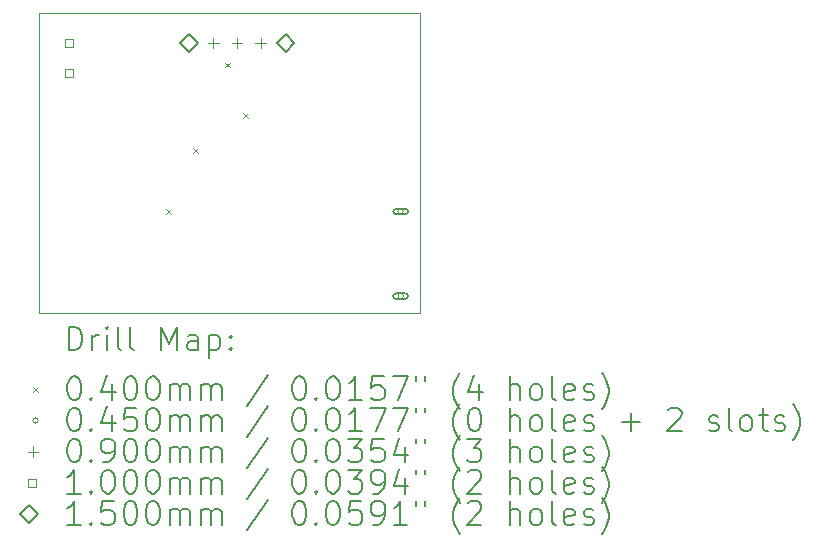
<source format=gbr>
%TF.GenerationSoftware,KiCad,Pcbnew,(6.0.10)*%
%TF.CreationDate,2023-02-14T21:16:01-05:00*%
%TF.ProjectId,lipo_charger,6c69706f-5f63-4686-9172-6765722e6b69,rev?*%
%TF.SameCoordinates,Original*%
%TF.FileFunction,Drillmap*%
%TF.FilePolarity,Positive*%
%FSLAX45Y45*%
G04 Gerber Fmt 4.5, Leading zero omitted, Abs format (unit mm)*
G04 Created by KiCad (PCBNEW (6.0.10)) date 2023-02-14 21:16:01*
%MOMM*%
%LPD*%
G01*
G04 APERTURE LIST*
%ADD10C,0.100000*%
%ADD11C,0.200000*%
%ADD12C,0.040000*%
%ADD13C,0.045000*%
%ADD14C,0.090000*%
%ADD15C,0.150000*%
G04 APERTURE END LIST*
D10*
X16510000Y-10160000D02*
X16510000Y-12700000D01*
X13284200Y-12700000D02*
X15494000Y-12700000D01*
X16510000Y-12700000D02*
X15494000Y-12700000D01*
X15240000Y-10160000D02*
X13284200Y-10160000D01*
X16510000Y-10160000D02*
X15240000Y-10160000D01*
X13284200Y-10160000D02*
X13284200Y-12700000D01*
D11*
D12*
X14360000Y-11820000D02*
X14400000Y-11860000D01*
X14400000Y-11820000D02*
X14360000Y-11860000D01*
X14590000Y-11300000D02*
X14630000Y-11340000D01*
X14630000Y-11300000D02*
X14590000Y-11340000D01*
X14860000Y-10580000D02*
X14900000Y-10620000D01*
X14900000Y-10580000D02*
X14860000Y-10620000D01*
X15016800Y-11003600D02*
X15056800Y-11043600D01*
X15056800Y-11003600D02*
X15016800Y-11043600D01*
D13*
X16370500Y-11840500D02*
G75*
G03*
X16370500Y-11840500I-22500J0D01*
G01*
D11*
X16308000Y-11863000D02*
X16388000Y-11863000D01*
X16308000Y-11818000D02*
X16388000Y-11818000D01*
X16388000Y-11863000D02*
G75*
G03*
X16388000Y-11818000I0J22500D01*
G01*
X16308000Y-11818000D02*
G75*
G03*
X16308000Y-11863000I0J-22500D01*
G01*
D13*
X16370500Y-12555500D02*
G75*
G03*
X16370500Y-12555500I-22500J0D01*
G01*
D11*
X16388000Y-12533000D02*
X16308000Y-12533000D01*
X16388000Y-12578000D02*
X16308000Y-12578000D01*
X16308000Y-12533000D02*
G75*
G03*
X16308000Y-12578000I0J-22500D01*
G01*
X16388000Y-12578000D02*
G75*
G03*
X16388000Y-12533000I0J22500D01*
G01*
D14*
X14763800Y-10369000D02*
X14763800Y-10459000D01*
X14718800Y-10414000D02*
X14808800Y-10414000D01*
X14963800Y-10369000D02*
X14963800Y-10459000D01*
X14918800Y-10414000D02*
X15008800Y-10414000D01*
X15163800Y-10369000D02*
X15163800Y-10459000D01*
X15118800Y-10414000D02*
X15208800Y-10414000D01*
D10*
X13573556Y-10449356D02*
X13573556Y-10378644D01*
X13502844Y-10378644D01*
X13502844Y-10449356D01*
X13573556Y-10449356D01*
X13573556Y-10703356D02*
X13573556Y-10632644D01*
X13502844Y-10632644D01*
X13502844Y-10703356D01*
X13573556Y-10703356D01*
D15*
X14553800Y-10489000D02*
X14628800Y-10414000D01*
X14553800Y-10339000D01*
X14478800Y-10414000D01*
X14553800Y-10489000D01*
X15373800Y-10489000D02*
X15448800Y-10414000D01*
X15373800Y-10339000D01*
X15298800Y-10414000D01*
X15373800Y-10489000D01*
D11*
X13536819Y-13015476D02*
X13536819Y-12815476D01*
X13584438Y-12815476D01*
X13613009Y-12825000D01*
X13632057Y-12844048D01*
X13641581Y-12863095D01*
X13651105Y-12901190D01*
X13651105Y-12929762D01*
X13641581Y-12967857D01*
X13632057Y-12986905D01*
X13613009Y-13005952D01*
X13584438Y-13015476D01*
X13536819Y-13015476D01*
X13736819Y-13015476D02*
X13736819Y-12882143D01*
X13736819Y-12920238D02*
X13746343Y-12901190D01*
X13755867Y-12891667D01*
X13774914Y-12882143D01*
X13793962Y-12882143D01*
X13860628Y-13015476D02*
X13860628Y-12882143D01*
X13860628Y-12815476D02*
X13851105Y-12825000D01*
X13860628Y-12834524D01*
X13870152Y-12825000D01*
X13860628Y-12815476D01*
X13860628Y-12834524D01*
X13984438Y-13015476D02*
X13965390Y-13005952D01*
X13955867Y-12986905D01*
X13955867Y-12815476D01*
X14089200Y-13015476D02*
X14070152Y-13005952D01*
X14060628Y-12986905D01*
X14060628Y-12815476D01*
X14317771Y-13015476D02*
X14317771Y-12815476D01*
X14384438Y-12958333D01*
X14451105Y-12815476D01*
X14451105Y-13015476D01*
X14632057Y-13015476D02*
X14632057Y-12910714D01*
X14622533Y-12891667D01*
X14603486Y-12882143D01*
X14565390Y-12882143D01*
X14546343Y-12891667D01*
X14632057Y-13005952D02*
X14613009Y-13015476D01*
X14565390Y-13015476D01*
X14546343Y-13005952D01*
X14536819Y-12986905D01*
X14536819Y-12967857D01*
X14546343Y-12948809D01*
X14565390Y-12939286D01*
X14613009Y-12939286D01*
X14632057Y-12929762D01*
X14727295Y-12882143D02*
X14727295Y-13082143D01*
X14727295Y-12891667D02*
X14746343Y-12882143D01*
X14784438Y-12882143D01*
X14803486Y-12891667D01*
X14813009Y-12901190D01*
X14822533Y-12920238D01*
X14822533Y-12977381D01*
X14813009Y-12996428D01*
X14803486Y-13005952D01*
X14784438Y-13015476D01*
X14746343Y-13015476D01*
X14727295Y-13005952D01*
X14908248Y-12996428D02*
X14917771Y-13005952D01*
X14908248Y-13015476D01*
X14898724Y-13005952D01*
X14908248Y-12996428D01*
X14908248Y-13015476D01*
X14908248Y-12891667D02*
X14917771Y-12901190D01*
X14908248Y-12910714D01*
X14898724Y-12901190D01*
X14908248Y-12891667D01*
X14908248Y-12910714D01*
D12*
X13239200Y-13325000D02*
X13279200Y-13365000D01*
X13279200Y-13325000D02*
X13239200Y-13365000D01*
D11*
X13574914Y-13235476D02*
X13593962Y-13235476D01*
X13613009Y-13245000D01*
X13622533Y-13254524D01*
X13632057Y-13273571D01*
X13641581Y-13311667D01*
X13641581Y-13359286D01*
X13632057Y-13397381D01*
X13622533Y-13416428D01*
X13613009Y-13425952D01*
X13593962Y-13435476D01*
X13574914Y-13435476D01*
X13555867Y-13425952D01*
X13546343Y-13416428D01*
X13536819Y-13397381D01*
X13527295Y-13359286D01*
X13527295Y-13311667D01*
X13536819Y-13273571D01*
X13546343Y-13254524D01*
X13555867Y-13245000D01*
X13574914Y-13235476D01*
X13727295Y-13416428D02*
X13736819Y-13425952D01*
X13727295Y-13435476D01*
X13717771Y-13425952D01*
X13727295Y-13416428D01*
X13727295Y-13435476D01*
X13908248Y-13302143D02*
X13908248Y-13435476D01*
X13860628Y-13225952D02*
X13813009Y-13368809D01*
X13936819Y-13368809D01*
X14051105Y-13235476D02*
X14070152Y-13235476D01*
X14089200Y-13245000D01*
X14098724Y-13254524D01*
X14108248Y-13273571D01*
X14117771Y-13311667D01*
X14117771Y-13359286D01*
X14108248Y-13397381D01*
X14098724Y-13416428D01*
X14089200Y-13425952D01*
X14070152Y-13435476D01*
X14051105Y-13435476D01*
X14032057Y-13425952D01*
X14022533Y-13416428D01*
X14013009Y-13397381D01*
X14003486Y-13359286D01*
X14003486Y-13311667D01*
X14013009Y-13273571D01*
X14022533Y-13254524D01*
X14032057Y-13245000D01*
X14051105Y-13235476D01*
X14241581Y-13235476D02*
X14260628Y-13235476D01*
X14279676Y-13245000D01*
X14289200Y-13254524D01*
X14298724Y-13273571D01*
X14308248Y-13311667D01*
X14308248Y-13359286D01*
X14298724Y-13397381D01*
X14289200Y-13416428D01*
X14279676Y-13425952D01*
X14260628Y-13435476D01*
X14241581Y-13435476D01*
X14222533Y-13425952D01*
X14213009Y-13416428D01*
X14203486Y-13397381D01*
X14193962Y-13359286D01*
X14193962Y-13311667D01*
X14203486Y-13273571D01*
X14213009Y-13254524D01*
X14222533Y-13245000D01*
X14241581Y-13235476D01*
X14393962Y-13435476D02*
X14393962Y-13302143D01*
X14393962Y-13321190D02*
X14403486Y-13311667D01*
X14422533Y-13302143D01*
X14451105Y-13302143D01*
X14470152Y-13311667D01*
X14479676Y-13330714D01*
X14479676Y-13435476D01*
X14479676Y-13330714D02*
X14489200Y-13311667D01*
X14508248Y-13302143D01*
X14536819Y-13302143D01*
X14555867Y-13311667D01*
X14565390Y-13330714D01*
X14565390Y-13435476D01*
X14660628Y-13435476D02*
X14660628Y-13302143D01*
X14660628Y-13321190D02*
X14670152Y-13311667D01*
X14689200Y-13302143D01*
X14717771Y-13302143D01*
X14736819Y-13311667D01*
X14746343Y-13330714D01*
X14746343Y-13435476D01*
X14746343Y-13330714D02*
X14755867Y-13311667D01*
X14774914Y-13302143D01*
X14803486Y-13302143D01*
X14822533Y-13311667D01*
X14832057Y-13330714D01*
X14832057Y-13435476D01*
X15222533Y-13225952D02*
X15051105Y-13483095D01*
X15479676Y-13235476D02*
X15498724Y-13235476D01*
X15517771Y-13245000D01*
X15527295Y-13254524D01*
X15536819Y-13273571D01*
X15546343Y-13311667D01*
X15546343Y-13359286D01*
X15536819Y-13397381D01*
X15527295Y-13416428D01*
X15517771Y-13425952D01*
X15498724Y-13435476D01*
X15479676Y-13435476D01*
X15460628Y-13425952D01*
X15451105Y-13416428D01*
X15441581Y-13397381D01*
X15432057Y-13359286D01*
X15432057Y-13311667D01*
X15441581Y-13273571D01*
X15451105Y-13254524D01*
X15460628Y-13245000D01*
X15479676Y-13235476D01*
X15632057Y-13416428D02*
X15641581Y-13425952D01*
X15632057Y-13435476D01*
X15622533Y-13425952D01*
X15632057Y-13416428D01*
X15632057Y-13435476D01*
X15765390Y-13235476D02*
X15784438Y-13235476D01*
X15803486Y-13245000D01*
X15813009Y-13254524D01*
X15822533Y-13273571D01*
X15832057Y-13311667D01*
X15832057Y-13359286D01*
X15822533Y-13397381D01*
X15813009Y-13416428D01*
X15803486Y-13425952D01*
X15784438Y-13435476D01*
X15765390Y-13435476D01*
X15746343Y-13425952D01*
X15736819Y-13416428D01*
X15727295Y-13397381D01*
X15717771Y-13359286D01*
X15717771Y-13311667D01*
X15727295Y-13273571D01*
X15736819Y-13254524D01*
X15746343Y-13245000D01*
X15765390Y-13235476D01*
X16022533Y-13435476D02*
X15908248Y-13435476D01*
X15965390Y-13435476D02*
X15965390Y-13235476D01*
X15946343Y-13264048D01*
X15927295Y-13283095D01*
X15908248Y-13292619D01*
X16203486Y-13235476D02*
X16108248Y-13235476D01*
X16098724Y-13330714D01*
X16108248Y-13321190D01*
X16127295Y-13311667D01*
X16174914Y-13311667D01*
X16193962Y-13321190D01*
X16203486Y-13330714D01*
X16213009Y-13349762D01*
X16213009Y-13397381D01*
X16203486Y-13416428D01*
X16193962Y-13425952D01*
X16174914Y-13435476D01*
X16127295Y-13435476D01*
X16108248Y-13425952D01*
X16098724Y-13416428D01*
X16279676Y-13235476D02*
X16413009Y-13235476D01*
X16327295Y-13435476D01*
X16479676Y-13235476D02*
X16479676Y-13273571D01*
X16555867Y-13235476D02*
X16555867Y-13273571D01*
X16851105Y-13511667D02*
X16841581Y-13502143D01*
X16822533Y-13473571D01*
X16813010Y-13454524D01*
X16803486Y-13425952D01*
X16793962Y-13378333D01*
X16793962Y-13340238D01*
X16803486Y-13292619D01*
X16813010Y-13264048D01*
X16822533Y-13245000D01*
X16841581Y-13216428D01*
X16851105Y-13206905D01*
X17013010Y-13302143D02*
X17013010Y-13435476D01*
X16965390Y-13225952D02*
X16917771Y-13368809D01*
X17041581Y-13368809D01*
X17270152Y-13435476D02*
X17270152Y-13235476D01*
X17355867Y-13435476D02*
X17355867Y-13330714D01*
X17346343Y-13311667D01*
X17327295Y-13302143D01*
X17298724Y-13302143D01*
X17279676Y-13311667D01*
X17270152Y-13321190D01*
X17479676Y-13435476D02*
X17460629Y-13425952D01*
X17451105Y-13416428D01*
X17441581Y-13397381D01*
X17441581Y-13340238D01*
X17451105Y-13321190D01*
X17460629Y-13311667D01*
X17479676Y-13302143D01*
X17508248Y-13302143D01*
X17527295Y-13311667D01*
X17536819Y-13321190D01*
X17546343Y-13340238D01*
X17546343Y-13397381D01*
X17536819Y-13416428D01*
X17527295Y-13425952D01*
X17508248Y-13435476D01*
X17479676Y-13435476D01*
X17660629Y-13435476D02*
X17641581Y-13425952D01*
X17632057Y-13406905D01*
X17632057Y-13235476D01*
X17813010Y-13425952D02*
X17793962Y-13435476D01*
X17755867Y-13435476D01*
X17736819Y-13425952D01*
X17727295Y-13406905D01*
X17727295Y-13330714D01*
X17736819Y-13311667D01*
X17755867Y-13302143D01*
X17793962Y-13302143D01*
X17813010Y-13311667D01*
X17822533Y-13330714D01*
X17822533Y-13349762D01*
X17727295Y-13368809D01*
X17898724Y-13425952D02*
X17917771Y-13435476D01*
X17955867Y-13435476D01*
X17974914Y-13425952D01*
X17984438Y-13406905D01*
X17984438Y-13397381D01*
X17974914Y-13378333D01*
X17955867Y-13368809D01*
X17927295Y-13368809D01*
X17908248Y-13359286D01*
X17898724Y-13340238D01*
X17898724Y-13330714D01*
X17908248Y-13311667D01*
X17927295Y-13302143D01*
X17955867Y-13302143D01*
X17974914Y-13311667D01*
X18051105Y-13511667D02*
X18060629Y-13502143D01*
X18079676Y-13473571D01*
X18089200Y-13454524D01*
X18098724Y-13425952D01*
X18108248Y-13378333D01*
X18108248Y-13340238D01*
X18098724Y-13292619D01*
X18089200Y-13264048D01*
X18079676Y-13245000D01*
X18060629Y-13216428D01*
X18051105Y-13206905D01*
D13*
X13279200Y-13609000D02*
G75*
G03*
X13279200Y-13609000I-22500J0D01*
G01*
D11*
X13574914Y-13499476D02*
X13593962Y-13499476D01*
X13613009Y-13509000D01*
X13622533Y-13518524D01*
X13632057Y-13537571D01*
X13641581Y-13575667D01*
X13641581Y-13623286D01*
X13632057Y-13661381D01*
X13622533Y-13680428D01*
X13613009Y-13689952D01*
X13593962Y-13699476D01*
X13574914Y-13699476D01*
X13555867Y-13689952D01*
X13546343Y-13680428D01*
X13536819Y-13661381D01*
X13527295Y-13623286D01*
X13527295Y-13575667D01*
X13536819Y-13537571D01*
X13546343Y-13518524D01*
X13555867Y-13509000D01*
X13574914Y-13499476D01*
X13727295Y-13680428D02*
X13736819Y-13689952D01*
X13727295Y-13699476D01*
X13717771Y-13689952D01*
X13727295Y-13680428D01*
X13727295Y-13699476D01*
X13908248Y-13566143D02*
X13908248Y-13699476D01*
X13860628Y-13489952D02*
X13813009Y-13632809D01*
X13936819Y-13632809D01*
X14108248Y-13499476D02*
X14013009Y-13499476D01*
X14003486Y-13594714D01*
X14013009Y-13585190D01*
X14032057Y-13575667D01*
X14079676Y-13575667D01*
X14098724Y-13585190D01*
X14108248Y-13594714D01*
X14117771Y-13613762D01*
X14117771Y-13661381D01*
X14108248Y-13680428D01*
X14098724Y-13689952D01*
X14079676Y-13699476D01*
X14032057Y-13699476D01*
X14013009Y-13689952D01*
X14003486Y-13680428D01*
X14241581Y-13499476D02*
X14260628Y-13499476D01*
X14279676Y-13509000D01*
X14289200Y-13518524D01*
X14298724Y-13537571D01*
X14308248Y-13575667D01*
X14308248Y-13623286D01*
X14298724Y-13661381D01*
X14289200Y-13680428D01*
X14279676Y-13689952D01*
X14260628Y-13699476D01*
X14241581Y-13699476D01*
X14222533Y-13689952D01*
X14213009Y-13680428D01*
X14203486Y-13661381D01*
X14193962Y-13623286D01*
X14193962Y-13575667D01*
X14203486Y-13537571D01*
X14213009Y-13518524D01*
X14222533Y-13509000D01*
X14241581Y-13499476D01*
X14393962Y-13699476D02*
X14393962Y-13566143D01*
X14393962Y-13585190D02*
X14403486Y-13575667D01*
X14422533Y-13566143D01*
X14451105Y-13566143D01*
X14470152Y-13575667D01*
X14479676Y-13594714D01*
X14479676Y-13699476D01*
X14479676Y-13594714D02*
X14489200Y-13575667D01*
X14508248Y-13566143D01*
X14536819Y-13566143D01*
X14555867Y-13575667D01*
X14565390Y-13594714D01*
X14565390Y-13699476D01*
X14660628Y-13699476D02*
X14660628Y-13566143D01*
X14660628Y-13585190D02*
X14670152Y-13575667D01*
X14689200Y-13566143D01*
X14717771Y-13566143D01*
X14736819Y-13575667D01*
X14746343Y-13594714D01*
X14746343Y-13699476D01*
X14746343Y-13594714D02*
X14755867Y-13575667D01*
X14774914Y-13566143D01*
X14803486Y-13566143D01*
X14822533Y-13575667D01*
X14832057Y-13594714D01*
X14832057Y-13699476D01*
X15222533Y-13489952D02*
X15051105Y-13747095D01*
X15479676Y-13499476D02*
X15498724Y-13499476D01*
X15517771Y-13509000D01*
X15527295Y-13518524D01*
X15536819Y-13537571D01*
X15546343Y-13575667D01*
X15546343Y-13623286D01*
X15536819Y-13661381D01*
X15527295Y-13680428D01*
X15517771Y-13689952D01*
X15498724Y-13699476D01*
X15479676Y-13699476D01*
X15460628Y-13689952D01*
X15451105Y-13680428D01*
X15441581Y-13661381D01*
X15432057Y-13623286D01*
X15432057Y-13575667D01*
X15441581Y-13537571D01*
X15451105Y-13518524D01*
X15460628Y-13509000D01*
X15479676Y-13499476D01*
X15632057Y-13680428D02*
X15641581Y-13689952D01*
X15632057Y-13699476D01*
X15622533Y-13689952D01*
X15632057Y-13680428D01*
X15632057Y-13699476D01*
X15765390Y-13499476D02*
X15784438Y-13499476D01*
X15803486Y-13509000D01*
X15813009Y-13518524D01*
X15822533Y-13537571D01*
X15832057Y-13575667D01*
X15832057Y-13623286D01*
X15822533Y-13661381D01*
X15813009Y-13680428D01*
X15803486Y-13689952D01*
X15784438Y-13699476D01*
X15765390Y-13699476D01*
X15746343Y-13689952D01*
X15736819Y-13680428D01*
X15727295Y-13661381D01*
X15717771Y-13623286D01*
X15717771Y-13575667D01*
X15727295Y-13537571D01*
X15736819Y-13518524D01*
X15746343Y-13509000D01*
X15765390Y-13499476D01*
X16022533Y-13699476D02*
X15908248Y-13699476D01*
X15965390Y-13699476D02*
X15965390Y-13499476D01*
X15946343Y-13528048D01*
X15927295Y-13547095D01*
X15908248Y-13556619D01*
X16089200Y-13499476D02*
X16222533Y-13499476D01*
X16136819Y-13699476D01*
X16279676Y-13499476D02*
X16413009Y-13499476D01*
X16327295Y-13699476D01*
X16479676Y-13499476D02*
X16479676Y-13537571D01*
X16555867Y-13499476D02*
X16555867Y-13537571D01*
X16851105Y-13775667D02*
X16841581Y-13766143D01*
X16822533Y-13737571D01*
X16813010Y-13718524D01*
X16803486Y-13689952D01*
X16793962Y-13642333D01*
X16793962Y-13604238D01*
X16803486Y-13556619D01*
X16813010Y-13528048D01*
X16822533Y-13509000D01*
X16841581Y-13480428D01*
X16851105Y-13470905D01*
X16965390Y-13499476D02*
X16984438Y-13499476D01*
X17003486Y-13509000D01*
X17013010Y-13518524D01*
X17022533Y-13537571D01*
X17032057Y-13575667D01*
X17032057Y-13623286D01*
X17022533Y-13661381D01*
X17013010Y-13680428D01*
X17003486Y-13689952D01*
X16984438Y-13699476D01*
X16965390Y-13699476D01*
X16946343Y-13689952D01*
X16936819Y-13680428D01*
X16927295Y-13661381D01*
X16917771Y-13623286D01*
X16917771Y-13575667D01*
X16927295Y-13537571D01*
X16936819Y-13518524D01*
X16946343Y-13509000D01*
X16965390Y-13499476D01*
X17270152Y-13699476D02*
X17270152Y-13499476D01*
X17355867Y-13699476D02*
X17355867Y-13594714D01*
X17346343Y-13575667D01*
X17327295Y-13566143D01*
X17298724Y-13566143D01*
X17279676Y-13575667D01*
X17270152Y-13585190D01*
X17479676Y-13699476D02*
X17460629Y-13689952D01*
X17451105Y-13680428D01*
X17441581Y-13661381D01*
X17441581Y-13604238D01*
X17451105Y-13585190D01*
X17460629Y-13575667D01*
X17479676Y-13566143D01*
X17508248Y-13566143D01*
X17527295Y-13575667D01*
X17536819Y-13585190D01*
X17546343Y-13604238D01*
X17546343Y-13661381D01*
X17536819Y-13680428D01*
X17527295Y-13689952D01*
X17508248Y-13699476D01*
X17479676Y-13699476D01*
X17660629Y-13699476D02*
X17641581Y-13689952D01*
X17632057Y-13670905D01*
X17632057Y-13499476D01*
X17813010Y-13689952D02*
X17793962Y-13699476D01*
X17755867Y-13699476D01*
X17736819Y-13689952D01*
X17727295Y-13670905D01*
X17727295Y-13594714D01*
X17736819Y-13575667D01*
X17755867Y-13566143D01*
X17793962Y-13566143D01*
X17813010Y-13575667D01*
X17822533Y-13594714D01*
X17822533Y-13613762D01*
X17727295Y-13632809D01*
X17898724Y-13689952D02*
X17917771Y-13699476D01*
X17955867Y-13699476D01*
X17974914Y-13689952D01*
X17984438Y-13670905D01*
X17984438Y-13661381D01*
X17974914Y-13642333D01*
X17955867Y-13632809D01*
X17927295Y-13632809D01*
X17908248Y-13623286D01*
X17898724Y-13604238D01*
X17898724Y-13594714D01*
X17908248Y-13575667D01*
X17927295Y-13566143D01*
X17955867Y-13566143D01*
X17974914Y-13575667D01*
X18222533Y-13623286D02*
X18374914Y-13623286D01*
X18298724Y-13699476D02*
X18298724Y-13547095D01*
X18613010Y-13518524D02*
X18622533Y-13509000D01*
X18641581Y-13499476D01*
X18689200Y-13499476D01*
X18708248Y-13509000D01*
X18717771Y-13518524D01*
X18727295Y-13537571D01*
X18727295Y-13556619D01*
X18717771Y-13585190D01*
X18603486Y-13699476D01*
X18727295Y-13699476D01*
X18955867Y-13689952D02*
X18974914Y-13699476D01*
X19013010Y-13699476D01*
X19032057Y-13689952D01*
X19041581Y-13670905D01*
X19041581Y-13661381D01*
X19032057Y-13642333D01*
X19013010Y-13632809D01*
X18984438Y-13632809D01*
X18965390Y-13623286D01*
X18955867Y-13604238D01*
X18955867Y-13594714D01*
X18965390Y-13575667D01*
X18984438Y-13566143D01*
X19013010Y-13566143D01*
X19032057Y-13575667D01*
X19155867Y-13699476D02*
X19136819Y-13689952D01*
X19127295Y-13670905D01*
X19127295Y-13499476D01*
X19260629Y-13699476D02*
X19241581Y-13689952D01*
X19232057Y-13680428D01*
X19222533Y-13661381D01*
X19222533Y-13604238D01*
X19232057Y-13585190D01*
X19241581Y-13575667D01*
X19260629Y-13566143D01*
X19289200Y-13566143D01*
X19308248Y-13575667D01*
X19317771Y-13585190D01*
X19327295Y-13604238D01*
X19327295Y-13661381D01*
X19317771Y-13680428D01*
X19308248Y-13689952D01*
X19289200Y-13699476D01*
X19260629Y-13699476D01*
X19384438Y-13566143D02*
X19460629Y-13566143D01*
X19413010Y-13499476D02*
X19413010Y-13670905D01*
X19422533Y-13689952D01*
X19441581Y-13699476D01*
X19460629Y-13699476D01*
X19517771Y-13689952D02*
X19536819Y-13699476D01*
X19574914Y-13699476D01*
X19593962Y-13689952D01*
X19603486Y-13670905D01*
X19603486Y-13661381D01*
X19593962Y-13642333D01*
X19574914Y-13632809D01*
X19546343Y-13632809D01*
X19527295Y-13623286D01*
X19517771Y-13604238D01*
X19517771Y-13594714D01*
X19527295Y-13575667D01*
X19546343Y-13566143D01*
X19574914Y-13566143D01*
X19593962Y-13575667D01*
X19670152Y-13775667D02*
X19679676Y-13766143D01*
X19698724Y-13737571D01*
X19708248Y-13718524D01*
X19717771Y-13689952D01*
X19727295Y-13642333D01*
X19727295Y-13604238D01*
X19717771Y-13556619D01*
X19708248Y-13528048D01*
X19698724Y-13509000D01*
X19679676Y-13480428D01*
X19670152Y-13470905D01*
D14*
X13234200Y-13828000D02*
X13234200Y-13918000D01*
X13189200Y-13873000D02*
X13279200Y-13873000D01*
D11*
X13574914Y-13763476D02*
X13593962Y-13763476D01*
X13613009Y-13773000D01*
X13622533Y-13782524D01*
X13632057Y-13801571D01*
X13641581Y-13839667D01*
X13641581Y-13887286D01*
X13632057Y-13925381D01*
X13622533Y-13944428D01*
X13613009Y-13953952D01*
X13593962Y-13963476D01*
X13574914Y-13963476D01*
X13555867Y-13953952D01*
X13546343Y-13944428D01*
X13536819Y-13925381D01*
X13527295Y-13887286D01*
X13527295Y-13839667D01*
X13536819Y-13801571D01*
X13546343Y-13782524D01*
X13555867Y-13773000D01*
X13574914Y-13763476D01*
X13727295Y-13944428D02*
X13736819Y-13953952D01*
X13727295Y-13963476D01*
X13717771Y-13953952D01*
X13727295Y-13944428D01*
X13727295Y-13963476D01*
X13832057Y-13963476D02*
X13870152Y-13963476D01*
X13889200Y-13953952D01*
X13898724Y-13944428D01*
X13917771Y-13915857D01*
X13927295Y-13877762D01*
X13927295Y-13801571D01*
X13917771Y-13782524D01*
X13908248Y-13773000D01*
X13889200Y-13763476D01*
X13851105Y-13763476D01*
X13832057Y-13773000D01*
X13822533Y-13782524D01*
X13813009Y-13801571D01*
X13813009Y-13849190D01*
X13822533Y-13868238D01*
X13832057Y-13877762D01*
X13851105Y-13887286D01*
X13889200Y-13887286D01*
X13908248Y-13877762D01*
X13917771Y-13868238D01*
X13927295Y-13849190D01*
X14051105Y-13763476D02*
X14070152Y-13763476D01*
X14089200Y-13773000D01*
X14098724Y-13782524D01*
X14108248Y-13801571D01*
X14117771Y-13839667D01*
X14117771Y-13887286D01*
X14108248Y-13925381D01*
X14098724Y-13944428D01*
X14089200Y-13953952D01*
X14070152Y-13963476D01*
X14051105Y-13963476D01*
X14032057Y-13953952D01*
X14022533Y-13944428D01*
X14013009Y-13925381D01*
X14003486Y-13887286D01*
X14003486Y-13839667D01*
X14013009Y-13801571D01*
X14022533Y-13782524D01*
X14032057Y-13773000D01*
X14051105Y-13763476D01*
X14241581Y-13763476D02*
X14260628Y-13763476D01*
X14279676Y-13773000D01*
X14289200Y-13782524D01*
X14298724Y-13801571D01*
X14308248Y-13839667D01*
X14308248Y-13887286D01*
X14298724Y-13925381D01*
X14289200Y-13944428D01*
X14279676Y-13953952D01*
X14260628Y-13963476D01*
X14241581Y-13963476D01*
X14222533Y-13953952D01*
X14213009Y-13944428D01*
X14203486Y-13925381D01*
X14193962Y-13887286D01*
X14193962Y-13839667D01*
X14203486Y-13801571D01*
X14213009Y-13782524D01*
X14222533Y-13773000D01*
X14241581Y-13763476D01*
X14393962Y-13963476D02*
X14393962Y-13830143D01*
X14393962Y-13849190D02*
X14403486Y-13839667D01*
X14422533Y-13830143D01*
X14451105Y-13830143D01*
X14470152Y-13839667D01*
X14479676Y-13858714D01*
X14479676Y-13963476D01*
X14479676Y-13858714D02*
X14489200Y-13839667D01*
X14508248Y-13830143D01*
X14536819Y-13830143D01*
X14555867Y-13839667D01*
X14565390Y-13858714D01*
X14565390Y-13963476D01*
X14660628Y-13963476D02*
X14660628Y-13830143D01*
X14660628Y-13849190D02*
X14670152Y-13839667D01*
X14689200Y-13830143D01*
X14717771Y-13830143D01*
X14736819Y-13839667D01*
X14746343Y-13858714D01*
X14746343Y-13963476D01*
X14746343Y-13858714D02*
X14755867Y-13839667D01*
X14774914Y-13830143D01*
X14803486Y-13830143D01*
X14822533Y-13839667D01*
X14832057Y-13858714D01*
X14832057Y-13963476D01*
X15222533Y-13753952D02*
X15051105Y-14011095D01*
X15479676Y-13763476D02*
X15498724Y-13763476D01*
X15517771Y-13773000D01*
X15527295Y-13782524D01*
X15536819Y-13801571D01*
X15546343Y-13839667D01*
X15546343Y-13887286D01*
X15536819Y-13925381D01*
X15527295Y-13944428D01*
X15517771Y-13953952D01*
X15498724Y-13963476D01*
X15479676Y-13963476D01*
X15460628Y-13953952D01*
X15451105Y-13944428D01*
X15441581Y-13925381D01*
X15432057Y-13887286D01*
X15432057Y-13839667D01*
X15441581Y-13801571D01*
X15451105Y-13782524D01*
X15460628Y-13773000D01*
X15479676Y-13763476D01*
X15632057Y-13944428D02*
X15641581Y-13953952D01*
X15632057Y-13963476D01*
X15622533Y-13953952D01*
X15632057Y-13944428D01*
X15632057Y-13963476D01*
X15765390Y-13763476D02*
X15784438Y-13763476D01*
X15803486Y-13773000D01*
X15813009Y-13782524D01*
X15822533Y-13801571D01*
X15832057Y-13839667D01*
X15832057Y-13887286D01*
X15822533Y-13925381D01*
X15813009Y-13944428D01*
X15803486Y-13953952D01*
X15784438Y-13963476D01*
X15765390Y-13963476D01*
X15746343Y-13953952D01*
X15736819Y-13944428D01*
X15727295Y-13925381D01*
X15717771Y-13887286D01*
X15717771Y-13839667D01*
X15727295Y-13801571D01*
X15736819Y-13782524D01*
X15746343Y-13773000D01*
X15765390Y-13763476D01*
X15898724Y-13763476D02*
X16022533Y-13763476D01*
X15955867Y-13839667D01*
X15984438Y-13839667D01*
X16003486Y-13849190D01*
X16013009Y-13858714D01*
X16022533Y-13877762D01*
X16022533Y-13925381D01*
X16013009Y-13944428D01*
X16003486Y-13953952D01*
X15984438Y-13963476D01*
X15927295Y-13963476D01*
X15908248Y-13953952D01*
X15898724Y-13944428D01*
X16203486Y-13763476D02*
X16108248Y-13763476D01*
X16098724Y-13858714D01*
X16108248Y-13849190D01*
X16127295Y-13839667D01*
X16174914Y-13839667D01*
X16193962Y-13849190D01*
X16203486Y-13858714D01*
X16213009Y-13877762D01*
X16213009Y-13925381D01*
X16203486Y-13944428D01*
X16193962Y-13953952D01*
X16174914Y-13963476D01*
X16127295Y-13963476D01*
X16108248Y-13953952D01*
X16098724Y-13944428D01*
X16384438Y-13830143D02*
X16384438Y-13963476D01*
X16336819Y-13753952D02*
X16289200Y-13896809D01*
X16413009Y-13896809D01*
X16479676Y-13763476D02*
X16479676Y-13801571D01*
X16555867Y-13763476D02*
X16555867Y-13801571D01*
X16851105Y-14039667D02*
X16841581Y-14030143D01*
X16822533Y-14001571D01*
X16813010Y-13982524D01*
X16803486Y-13953952D01*
X16793962Y-13906333D01*
X16793962Y-13868238D01*
X16803486Y-13820619D01*
X16813010Y-13792048D01*
X16822533Y-13773000D01*
X16841581Y-13744428D01*
X16851105Y-13734905D01*
X16908248Y-13763476D02*
X17032057Y-13763476D01*
X16965390Y-13839667D01*
X16993962Y-13839667D01*
X17013010Y-13849190D01*
X17022533Y-13858714D01*
X17032057Y-13877762D01*
X17032057Y-13925381D01*
X17022533Y-13944428D01*
X17013010Y-13953952D01*
X16993962Y-13963476D01*
X16936819Y-13963476D01*
X16917771Y-13953952D01*
X16908248Y-13944428D01*
X17270152Y-13963476D02*
X17270152Y-13763476D01*
X17355867Y-13963476D02*
X17355867Y-13858714D01*
X17346343Y-13839667D01*
X17327295Y-13830143D01*
X17298724Y-13830143D01*
X17279676Y-13839667D01*
X17270152Y-13849190D01*
X17479676Y-13963476D02*
X17460629Y-13953952D01*
X17451105Y-13944428D01*
X17441581Y-13925381D01*
X17441581Y-13868238D01*
X17451105Y-13849190D01*
X17460629Y-13839667D01*
X17479676Y-13830143D01*
X17508248Y-13830143D01*
X17527295Y-13839667D01*
X17536819Y-13849190D01*
X17546343Y-13868238D01*
X17546343Y-13925381D01*
X17536819Y-13944428D01*
X17527295Y-13953952D01*
X17508248Y-13963476D01*
X17479676Y-13963476D01*
X17660629Y-13963476D02*
X17641581Y-13953952D01*
X17632057Y-13934905D01*
X17632057Y-13763476D01*
X17813010Y-13953952D02*
X17793962Y-13963476D01*
X17755867Y-13963476D01*
X17736819Y-13953952D01*
X17727295Y-13934905D01*
X17727295Y-13858714D01*
X17736819Y-13839667D01*
X17755867Y-13830143D01*
X17793962Y-13830143D01*
X17813010Y-13839667D01*
X17822533Y-13858714D01*
X17822533Y-13877762D01*
X17727295Y-13896809D01*
X17898724Y-13953952D02*
X17917771Y-13963476D01*
X17955867Y-13963476D01*
X17974914Y-13953952D01*
X17984438Y-13934905D01*
X17984438Y-13925381D01*
X17974914Y-13906333D01*
X17955867Y-13896809D01*
X17927295Y-13896809D01*
X17908248Y-13887286D01*
X17898724Y-13868238D01*
X17898724Y-13858714D01*
X17908248Y-13839667D01*
X17927295Y-13830143D01*
X17955867Y-13830143D01*
X17974914Y-13839667D01*
X18051105Y-14039667D02*
X18060629Y-14030143D01*
X18079676Y-14001571D01*
X18089200Y-13982524D01*
X18098724Y-13953952D01*
X18108248Y-13906333D01*
X18108248Y-13868238D01*
X18098724Y-13820619D01*
X18089200Y-13792048D01*
X18079676Y-13773000D01*
X18060629Y-13744428D01*
X18051105Y-13734905D01*
D10*
X13264556Y-14172356D02*
X13264556Y-14101644D01*
X13193844Y-14101644D01*
X13193844Y-14172356D01*
X13264556Y-14172356D01*
D11*
X13641581Y-14227476D02*
X13527295Y-14227476D01*
X13584438Y-14227476D02*
X13584438Y-14027476D01*
X13565390Y-14056048D01*
X13546343Y-14075095D01*
X13527295Y-14084619D01*
X13727295Y-14208428D02*
X13736819Y-14217952D01*
X13727295Y-14227476D01*
X13717771Y-14217952D01*
X13727295Y-14208428D01*
X13727295Y-14227476D01*
X13860628Y-14027476D02*
X13879676Y-14027476D01*
X13898724Y-14037000D01*
X13908248Y-14046524D01*
X13917771Y-14065571D01*
X13927295Y-14103667D01*
X13927295Y-14151286D01*
X13917771Y-14189381D01*
X13908248Y-14208428D01*
X13898724Y-14217952D01*
X13879676Y-14227476D01*
X13860628Y-14227476D01*
X13841581Y-14217952D01*
X13832057Y-14208428D01*
X13822533Y-14189381D01*
X13813009Y-14151286D01*
X13813009Y-14103667D01*
X13822533Y-14065571D01*
X13832057Y-14046524D01*
X13841581Y-14037000D01*
X13860628Y-14027476D01*
X14051105Y-14027476D02*
X14070152Y-14027476D01*
X14089200Y-14037000D01*
X14098724Y-14046524D01*
X14108248Y-14065571D01*
X14117771Y-14103667D01*
X14117771Y-14151286D01*
X14108248Y-14189381D01*
X14098724Y-14208428D01*
X14089200Y-14217952D01*
X14070152Y-14227476D01*
X14051105Y-14227476D01*
X14032057Y-14217952D01*
X14022533Y-14208428D01*
X14013009Y-14189381D01*
X14003486Y-14151286D01*
X14003486Y-14103667D01*
X14013009Y-14065571D01*
X14022533Y-14046524D01*
X14032057Y-14037000D01*
X14051105Y-14027476D01*
X14241581Y-14027476D02*
X14260628Y-14027476D01*
X14279676Y-14037000D01*
X14289200Y-14046524D01*
X14298724Y-14065571D01*
X14308248Y-14103667D01*
X14308248Y-14151286D01*
X14298724Y-14189381D01*
X14289200Y-14208428D01*
X14279676Y-14217952D01*
X14260628Y-14227476D01*
X14241581Y-14227476D01*
X14222533Y-14217952D01*
X14213009Y-14208428D01*
X14203486Y-14189381D01*
X14193962Y-14151286D01*
X14193962Y-14103667D01*
X14203486Y-14065571D01*
X14213009Y-14046524D01*
X14222533Y-14037000D01*
X14241581Y-14027476D01*
X14393962Y-14227476D02*
X14393962Y-14094143D01*
X14393962Y-14113190D02*
X14403486Y-14103667D01*
X14422533Y-14094143D01*
X14451105Y-14094143D01*
X14470152Y-14103667D01*
X14479676Y-14122714D01*
X14479676Y-14227476D01*
X14479676Y-14122714D02*
X14489200Y-14103667D01*
X14508248Y-14094143D01*
X14536819Y-14094143D01*
X14555867Y-14103667D01*
X14565390Y-14122714D01*
X14565390Y-14227476D01*
X14660628Y-14227476D02*
X14660628Y-14094143D01*
X14660628Y-14113190D02*
X14670152Y-14103667D01*
X14689200Y-14094143D01*
X14717771Y-14094143D01*
X14736819Y-14103667D01*
X14746343Y-14122714D01*
X14746343Y-14227476D01*
X14746343Y-14122714D02*
X14755867Y-14103667D01*
X14774914Y-14094143D01*
X14803486Y-14094143D01*
X14822533Y-14103667D01*
X14832057Y-14122714D01*
X14832057Y-14227476D01*
X15222533Y-14017952D02*
X15051105Y-14275095D01*
X15479676Y-14027476D02*
X15498724Y-14027476D01*
X15517771Y-14037000D01*
X15527295Y-14046524D01*
X15536819Y-14065571D01*
X15546343Y-14103667D01*
X15546343Y-14151286D01*
X15536819Y-14189381D01*
X15527295Y-14208428D01*
X15517771Y-14217952D01*
X15498724Y-14227476D01*
X15479676Y-14227476D01*
X15460628Y-14217952D01*
X15451105Y-14208428D01*
X15441581Y-14189381D01*
X15432057Y-14151286D01*
X15432057Y-14103667D01*
X15441581Y-14065571D01*
X15451105Y-14046524D01*
X15460628Y-14037000D01*
X15479676Y-14027476D01*
X15632057Y-14208428D02*
X15641581Y-14217952D01*
X15632057Y-14227476D01*
X15622533Y-14217952D01*
X15632057Y-14208428D01*
X15632057Y-14227476D01*
X15765390Y-14027476D02*
X15784438Y-14027476D01*
X15803486Y-14037000D01*
X15813009Y-14046524D01*
X15822533Y-14065571D01*
X15832057Y-14103667D01*
X15832057Y-14151286D01*
X15822533Y-14189381D01*
X15813009Y-14208428D01*
X15803486Y-14217952D01*
X15784438Y-14227476D01*
X15765390Y-14227476D01*
X15746343Y-14217952D01*
X15736819Y-14208428D01*
X15727295Y-14189381D01*
X15717771Y-14151286D01*
X15717771Y-14103667D01*
X15727295Y-14065571D01*
X15736819Y-14046524D01*
X15746343Y-14037000D01*
X15765390Y-14027476D01*
X15898724Y-14027476D02*
X16022533Y-14027476D01*
X15955867Y-14103667D01*
X15984438Y-14103667D01*
X16003486Y-14113190D01*
X16013009Y-14122714D01*
X16022533Y-14141762D01*
X16022533Y-14189381D01*
X16013009Y-14208428D01*
X16003486Y-14217952D01*
X15984438Y-14227476D01*
X15927295Y-14227476D01*
X15908248Y-14217952D01*
X15898724Y-14208428D01*
X16117771Y-14227476D02*
X16155867Y-14227476D01*
X16174914Y-14217952D01*
X16184438Y-14208428D01*
X16203486Y-14179857D01*
X16213009Y-14141762D01*
X16213009Y-14065571D01*
X16203486Y-14046524D01*
X16193962Y-14037000D01*
X16174914Y-14027476D01*
X16136819Y-14027476D01*
X16117771Y-14037000D01*
X16108248Y-14046524D01*
X16098724Y-14065571D01*
X16098724Y-14113190D01*
X16108248Y-14132238D01*
X16117771Y-14141762D01*
X16136819Y-14151286D01*
X16174914Y-14151286D01*
X16193962Y-14141762D01*
X16203486Y-14132238D01*
X16213009Y-14113190D01*
X16384438Y-14094143D02*
X16384438Y-14227476D01*
X16336819Y-14017952D02*
X16289200Y-14160809D01*
X16413009Y-14160809D01*
X16479676Y-14027476D02*
X16479676Y-14065571D01*
X16555867Y-14027476D02*
X16555867Y-14065571D01*
X16851105Y-14303667D02*
X16841581Y-14294143D01*
X16822533Y-14265571D01*
X16813010Y-14246524D01*
X16803486Y-14217952D01*
X16793962Y-14170333D01*
X16793962Y-14132238D01*
X16803486Y-14084619D01*
X16813010Y-14056048D01*
X16822533Y-14037000D01*
X16841581Y-14008428D01*
X16851105Y-13998905D01*
X16917771Y-14046524D02*
X16927295Y-14037000D01*
X16946343Y-14027476D01*
X16993962Y-14027476D01*
X17013010Y-14037000D01*
X17022533Y-14046524D01*
X17032057Y-14065571D01*
X17032057Y-14084619D01*
X17022533Y-14113190D01*
X16908248Y-14227476D01*
X17032057Y-14227476D01*
X17270152Y-14227476D02*
X17270152Y-14027476D01*
X17355867Y-14227476D02*
X17355867Y-14122714D01*
X17346343Y-14103667D01*
X17327295Y-14094143D01*
X17298724Y-14094143D01*
X17279676Y-14103667D01*
X17270152Y-14113190D01*
X17479676Y-14227476D02*
X17460629Y-14217952D01*
X17451105Y-14208428D01*
X17441581Y-14189381D01*
X17441581Y-14132238D01*
X17451105Y-14113190D01*
X17460629Y-14103667D01*
X17479676Y-14094143D01*
X17508248Y-14094143D01*
X17527295Y-14103667D01*
X17536819Y-14113190D01*
X17546343Y-14132238D01*
X17546343Y-14189381D01*
X17536819Y-14208428D01*
X17527295Y-14217952D01*
X17508248Y-14227476D01*
X17479676Y-14227476D01*
X17660629Y-14227476D02*
X17641581Y-14217952D01*
X17632057Y-14198905D01*
X17632057Y-14027476D01*
X17813010Y-14217952D02*
X17793962Y-14227476D01*
X17755867Y-14227476D01*
X17736819Y-14217952D01*
X17727295Y-14198905D01*
X17727295Y-14122714D01*
X17736819Y-14103667D01*
X17755867Y-14094143D01*
X17793962Y-14094143D01*
X17813010Y-14103667D01*
X17822533Y-14122714D01*
X17822533Y-14141762D01*
X17727295Y-14160809D01*
X17898724Y-14217952D02*
X17917771Y-14227476D01*
X17955867Y-14227476D01*
X17974914Y-14217952D01*
X17984438Y-14198905D01*
X17984438Y-14189381D01*
X17974914Y-14170333D01*
X17955867Y-14160809D01*
X17927295Y-14160809D01*
X17908248Y-14151286D01*
X17898724Y-14132238D01*
X17898724Y-14122714D01*
X17908248Y-14103667D01*
X17927295Y-14094143D01*
X17955867Y-14094143D01*
X17974914Y-14103667D01*
X18051105Y-14303667D02*
X18060629Y-14294143D01*
X18079676Y-14265571D01*
X18089200Y-14246524D01*
X18098724Y-14217952D01*
X18108248Y-14170333D01*
X18108248Y-14132238D01*
X18098724Y-14084619D01*
X18089200Y-14056048D01*
X18079676Y-14037000D01*
X18060629Y-14008428D01*
X18051105Y-13998905D01*
D15*
X13204200Y-14476000D02*
X13279200Y-14401000D01*
X13204200Y-14326000D01*
X13129200Y-14401000D01*
X13204200Y-14476000D01*
D11*
X13641581Y-14491476D02*
X13527295Y-14491476D01*
X13584438Y-14491476D02*
X13584438Y-14291476D01*
X13565390Y-14320048D01*
X13546343Y-14339095D01*
X13527295Y-14348619D01*
X13727295Y-14472428D02*
X13736819Y-14481952D01*
X13727295Y-14491476D01*
X13717771Y-14481952D01*
X13727295Y-14472428D01*
X13727295Y-14491476D01*
X13917771Y-14291476D02*
X13822533Y-14291476D01*
X13813009Y-14386714D01*
X13822533Y-14377190D01*
X13841581Y-14367667D01*
X13889200Y-14367667D01*
X13908248Y-14377190D01*
X13917771Y-14386714D01*
X13927295Y-14405762D01*
X13927295Y-14453381D01*
X13917771Y-14472428D01*
X13908248Y-14481952D01*
X13889200Y-14491476D01*
X13841581Y-14491476D01*
X13822533Y-14481952D01*
X13813009Y-14472428D01*
X14051105Y-14291476D02*
X14070152Y-14291476D01*
X14089200Y-14301000D01*
X14098724Y-14310524D01*
X14108248Y-14329571D01*
X14117771Y-14367667D01*
X14117771Y-14415286D01*
X14108248Y-14453381D01*
X14098724Y-14472428D01*
X14089200Y-14481952D01*
X14070152Y-14491476D01*
X14051105Y-14491476D01*
X14032057Y-14481952D01*
X14022533Y-14472428D01*
X14013009Y-14453381D01*
X14003486Y-14415286D01*
X14003486Y-14367667D01*
X14013009Y-14329571D01*
X14022533Y-14310524D01*
X14032057Y-14301000D01*
X14051105Y-14291476D01*
X14241581Y-14291476D02*
X14260628Y-14291476D01*
X14279676Y-14301000D01*
X14289200Y-14310524D01*
X14298724Y-14329571D01*
X14308248Y-14367667D01*
X14308248Y-14415286D01*
X14298724Y-14453381D01*
X14289200Y-14472428D01*
X14279676Y-14481952D01*
X14260628Y-14491476D01*
X14241581Y-14491476D01*
X14222533Y-14481952D01*
X14213009Y-14472428D01*
X14203486Y-14453381D01*
X14193962Y-14415286D01*
X14193962Y-14367667D01*
X14203486Y-14329571D01*
X14213009Y-14310524D01*
X14222533Y-14301000D01*
X14241581Y-14291476D01*
X14393962Y-14491476D02*
X14393962Y-14358143D01*
X14393962Y-14377190D02*
X14403486Y-14367667D01*
X14422533Y-14358143D01*
X14451105Y-14358143D01*
X14470152Y-14367667D01*
X14479676Y-14386714D01*
X14479676Y-14491476D01*
X14479676Y-14386714D02*
X14489200Y-14367667D01*
X14508248Y-14358143D01*
X14536819Y-14358143D01*
X14555867Y-14367667D01*
X14565390Y-14386714D01*
X14565390Y-14491476D01*
X14660628Y-14491476D02*
X14660628Y-14358143D01*
X14660628Y-14377190D02*
X14670152Y-14367667D01*
X14689200Y-14358143D01*
X14717771Y-14358143D01*
X14736819Y-14367667D01*
X14746343Y-14386714D01*
X14746343Y-14491476D01*
X14746343Y-14386714D02*
X14755867Y-14367667D01*
X14774914Y-14358143D01*
X14803486Y-14358143D01*
X14822533Y-14367667D01*
X14832057Y-14386714D01*
X14832057Y-14491476D01*
X15222533Y-14281952D02*
X15051105Y-14539095D01*
X15479676Y-14291476D02*
X15498724Y-14291476D01*
X15517771Y-14301000D01*
X15527295Y-14310524D01*
X15536819Y-14329571D01*
X15546343Y-14367667D01*
X15546343Y-14415286D01*
X15536819Y-14453381D01*
X15527295Y-14472428D01*
X15517771Y-14481952D01*
X15498724Y-14491476D01*
X15479676Y-14491476D01*
X15460628Y-14481952D01*
X15451105Y-14472428D01*
X15441581Y-14453381D01*
X15432057Y-14415286D01*
X15432057Y-14367667D01*
X15441581Y-14329571D01*
X15451105Y-14310524D01*
X15460628Y-14301000D01*
X15479676Y-14291476D01*
X15632057Y-14472428D02*
X15641581Y-14481952D01*
X15632057Y-14491476D01*
X15622533Y-14481952D01*
X15632057Y-14472428D01*
X15632057Y-14491476D01*
X15765390Y-14291476D02*
X15784438Y-14291476D01*
X15803486Y-14301000D01*
X15813009Y-14310524D01*
X15822533Y-14329571D01*
X15832057Y-14367667D01*
X15832057Y-14415286D01*
X15822533Y-14453381D01*
X15813009Y-14472428D01*
X15803486Y-14481952D01*
X15784438Y-14491476D01*
X15765390Y-14491476D01*
X15746343Y-14481952D01*
X15736819Y-14472428D01*
X15727295Y-14453381D01*
X15717771Y-14415286D01*
X15717771Y-14367667D01*
X15727295Y-14329571D01*
X15736819Y-14310524D01*
X15746343Y-14301000D01*
X15765390Y-14291476D01*
X16013009Y-14291476D02*
X15917771Y-14291476D01*
X15908248Y-14386714D01*
X15917771Y-14377190D01*
X15936819Y-14367667D01*
X15984438Y-14367667D01*
X16003486Y-14377190D01*
X16013009Y-14386714D01*
X16022533Y-14405762D01*
X16022533Y-14453381D01*
X16013009Y-14472428D01*
X16003486Y-14481952D01*
X15984438Y-14491476D01*
X15936819Y-14491476D01*
X15917771Y-14481952D01*
X15908248Y-14472428D01*
X16117771Y-14491476D02*
X16155867Y-14491476D01*
X16174914Y-14481952D01*
X16184438Y-14472428D01*
X16203486Y-14443857D01*
X16213009Y-14405762D01*
X16213009Y-14329571D01*
X16203486Y-14310524D01*
X16193962Y-14301000D01*
X16174914Y-14291476D01*
X16136819Y-14291476D01*
X16117771Y-14301000D01*
X16108248Y-14310524D01*
X16098724Y-14329571D01*
X16098724Y-14377190D01*
X16108248Y-14396238D01*
X16117771Y-14405762D01*
X16136819Y-14415286D01*
X16174914Y-14415286D01*
X16193962Y-14405762D01*
X16203486Y-14396238D01*
X16213009Y-14377190D01*
X16403486Y-14491476D02*
X16289200Y-14491476D01*
X16346343Y-14491476D02*
X16346343Y-14291476D01*
X16327295Y-14320048D01*
X16308248Y-14339095D01*
X16289200Y-14348619D01*
X16479676Y-14291476D02*
X16479676Y-14329571D01*
X16555867Y-14291476D02*
X16555867Y-14329571D01*
X16851105Y-14567667D02*
X16841581Y-14558143D01*
X16822533Y-14529571D01*
X16813010Y-14510524D01*
X16803486Y-14481952D01*
X16793962Y-14434333D01*
X16793962Y-14396238D01*
X16803486Y-14348619D01*
X16813010Y-14320048D01*
X16822533Y-14301000D01*
X16841581Y-14272428D01*
X16851105Y-14262905D01*
X16917771Y-14310524D02*
X16927295Y-14301000D01*
X16946343Y-14291476D01*
X16993962Y-14291476D01*
X17013010Y-14301000D01*
X17022533Y-14310524D01*
X17032057Y-14329571D01*
X17032057Y-14348619D01*
X17022533Y-14377190D01*
X16908248Y-14491476D01*
X17032057Y-14491476D01*
X17270152Y-14491476D02*
X17270152Y-14291476D01*
X17355867Y-14491476D02*
X17355867Y-14386714D01*
X17346343Y-14367667D01*
X17327295Y-14358143D01*
X17298724Y-14358143D01*
X17279676Y-14367667D01*
X17270152Y-14377190D01*
X17479676Y-14491476D02*
X17460629Y-14481952D01*
X17451105Y-14472428D01*
X17441581Y-14453381D01*
X17441581Y-14396238D01*
X17451105Y-14377190D01*
X17460629Y-14367667D01*
X17479676Y-14358143D01*
X17508248Y-14358143D01*
X17527295Y-14367667D01*
X17536819Y-14377190D01*
X17546343Y-14396238D01*
X17546343Y-14453381D01*
X17536819Y-14472428D01*
X17527295Y-14481952D01*
X17508248Y-14491476D01*
X17479676Y-14491476D01*
X17660629Y-14491476D02*
X17641581Y-14481952D01*
X17632057Y-14462905D01*
X17632057Y-14291476D01*
X17813010Y-14481952D02*
X17793962Y-14491476D01*
X17755867Y-14491476D01*
X17736819Y-14481952D01*
X17727295Y-14462905D01*
X17727295Y-14386714D01*
X17736819Y-14367667D01*
X17755867Y-14358143D01*
X17793962Y-14358143D01*
X17813010Y-14367667D01*
X17822533Y-14386714D01*
X17822533Y-14405762D01*
X17727295Y-14424809D01*
X17898724Y-14481952D02*
X17917771Y-14491476D01*
X17955867Y-14491476D01*
X17974914Y-14481952D01*
X17984438Y-14462905D01*
X17984438Y-14453381D01*
X17974914Y-14434333D01*
X17955867Y-14424809D01*
X17927295Y-14424809D01*
X17908248Y-14415286D01*
X17898724Y-14396238D01*
X17898724Y-14386714D01*
X17908248Y-14367667D01*
X17927295Y-14358143D01*
X17955867Y-14358143D01*
X17974914Y-14367667D01*
X18051105Y-14567667D02*
X18060629Y-14558143D01*
X18079676Y-14529571D01*
X18089200Y-14510524D01*
X18098724Y-14481952D01*
X18108248Y-14434333D01*
X18108248Y-14396238D01*
X18098724Y-14348619D01*
X18089200Y-14320048D01*
X18079676Y-14301000D01*
X18060629Y-14272428D01*
X18051105Y-14262905D01*
M02*

</source>
